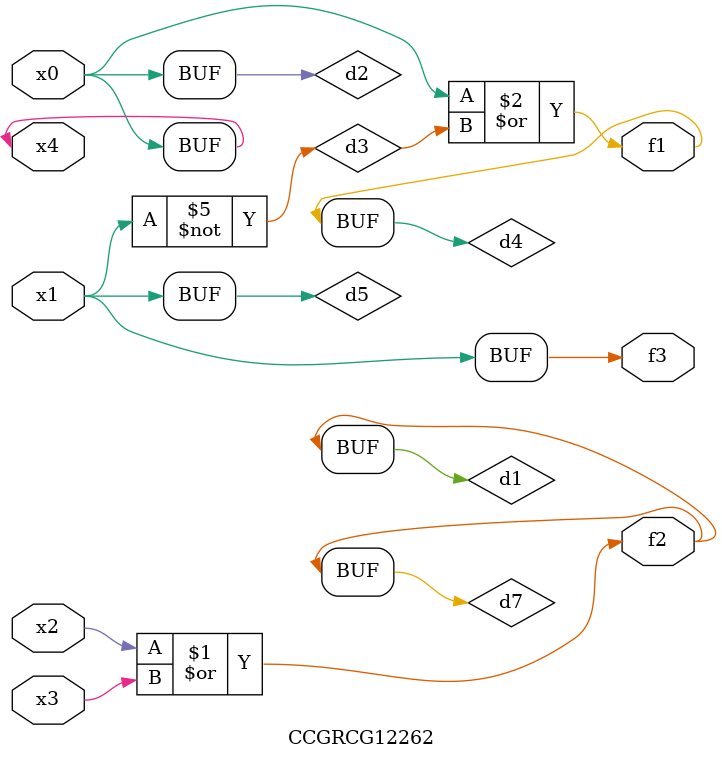
<source format=v>
module CCGRCG12262(
	input x0, x1, x2, x3, x4,
	output f1, f2, f3
);

	wire d1, d2, d3, d4, d5, d6, d7;

	or (d1, x2, x3);
	buf (d2, x0, x4);
	not (d3, x1);
	or (d4, d2, d3);
	not (d5, d3);
	nand (d6, d1, d3);
	or (d7, d1);
	assign f1 = d4;
	assign f2 = d7;
	assign f3 = d5;
endmodule

</source>
